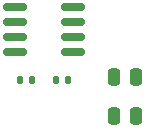
<source format=gbr>
%TF.GenerationSoftware,KiCad,Pcbnew,(6.0.8)*%
%TF.CreationDate,2022-10-18T22:13:00+02:00*%
%TF.ProjectId,test_project_1,74657374-5f70-4726-9f6a-6563745f312e,rev?*%
%TF.SameCoordinates,Original*%
%TF.FileFunction,Paste,Top*%
%TF.FilePolarity,Positive*%
%FSLAX46Y46*%
G04 Gerber Fmt 4.6, Leading zero omitted, Abs format (unit mm)*
G04 Created by KiCad (PCBNEW (6.0.8)) date 2022-10-18 22:13:00*
%MOMM*%
%LPD*%
G01*
G04 APERTURE LIST*
G04 Aperture macros list*
%AMRoundRect*
0 Rectangle with rounded corners*
0 $1 Rounding radius*
0 $2 $3 $4 $5 $6 $7 $8 $9 X,Y pos of 4 corners*
0 Add a 4 corners polygon primitive as box body*
4,1,4,$2,$3,$4,$5,$6,$7,$8,$9,$2,$3,0*
0 Add four circle primitives for the rounded corners*
1,1,$1+$1,$2,$3*
1,1,$1+$1,$4,$5*
1,1,$1+$1,$6,$7*
1,1,$1+$1,$8,$9*
0 Add four rect primitives between the rounded corners*
20,1,$1+$1,$2,$3,$4,$5,0*
20,1,$1+$1,$4,$5,$6,$7,0*
20,1,$1+$1,$6,$7,$8,$9,0*
20,1,$1+$1,$8,$9,$2,$3,0*%
G04 Aperture macros list end*
%ADD10RoundRect,0.150000X-0.825000X-0.150000X0.825000X-0.150000X0.825000X0.150000X-0.825000X0.150000X0*%
%ADD11RoundRect,0.135000X-0.135000X-0.185000X0.135000X-0.185000X0.135000X0.185000X-0.135000X0.185000X0*%
%ADD12RoundRect,0.250000X0.250000X0.475000X-0.250000X0.475000X-0.250000X-0.475000X0.250000X-0.475000X0*%
%ADD13RoundRect,0.250000X-0.250000X-0.475000X0.250000X-0.475000X0.250000X0.475000X-0.250000X0.475000X0*%
G04 APERTURE END LIST*
D10*
%TO.C,U1*%
X135193000Y-88771000D03*
X135193000Y-90041000D03*
X135193000Y-91311000D03*
X135193000Y-92581000D03*
X140143000Y-92581000D03*
X140143000Y-91311000D03*
X140143000Y-90041000D03*
X140143000Y-88771000D03*
%TD*%
D11*
%TO.C,RB1*%
X138682000Y-94996000D03*
X139702000Y-94996000D03*
%TD*%
%TO.C,RA1*%
X136654000Y-94996000D03*
X135634000Y-94996000D03*
%TD*%
D12*
%TO.C,C2*%
X145476000Y-98044000D03*
X143576000Y-98044000D03*
%TD*%
D13*
%TO.C,C1*%
X143576000Y-94742000D03*
X145476000Y-94742000D03*
%TD*%
M02*

</source>
